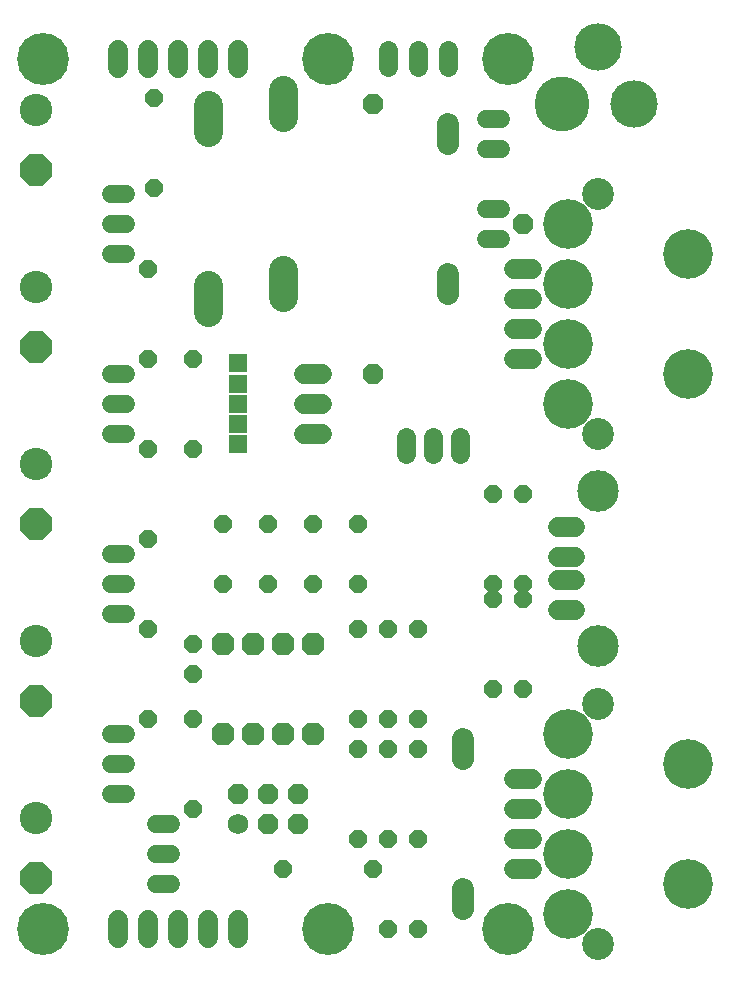
<source format=gbs>
G75*
%MOIN*%
%OFA0B0*%
%FSLAX24Y24*%
%IPPOS*%
%LPD*%
%AMOC8*
5,1,8,0,0,1.08239X$1,22.5*
%
%ADD10C,0.1080*%
%ADD11OC8,0.1080*%
%ADD12OC8,0.0600*%
%ADD13C,0.0600*%
%ADD14OC8,0.0680*%
%ADD15C,0.0640*%
%ADD16C,0.0965*%
%ADD17R,0.0595X0.0595*%
%ADD18OC8,0.0760*%
%ADD19C,0.0630*%
%ADD20C,0.0680*%
%ADD21C,0.1655*%
%ADD22C,0.1064*%
%ADD23C,0.1730*%
%ADD24C,0.1830*%
%ADD25C,0.1580*%
%ADD26C,0.0680*%
%ADD27C,0.0654*%
%ADD28C,0.1386*%
%ADD29C,0.0740*%
D10*
X002880Y005880D03*
X002880Y011780D03*
X002880Y017680D03*
X002880Y023580D03*
X002880Y029480D03*
D11*
X002880Y027480D03*
X002880Y021580D03*
X002880Y015680D03*
X002880Y009780D03*
X002880Y003880D03*
D12*
X006630Y009180D03*
X008130Y009180D03*
X008130Y010680D03*
X008130Y011680D03*
X006630Y012180D03*
X009130Y013680D03*
X010630Y013680D03*
X012130Y013680D03*
X013630Y013680D03*
X013630Y012180D03*
X014630Y012180D03*
X015630Y012180D03*
X018130Y013180D03*
X018130Y013680D03*
X019130Y013680D03*
X019130Y013180D03*
X019130Y010180D03*
X018130Y010180D03*
X015630Y009180D03*
X015630Y008180D03*
X014630Y008180D03*
X014630Y009180D03*
X013630Y009180D03*
X013630Y008180D03*
X013630Y005180D03*
X014130Y004180D03*
X014630Y005180D03*
X015630Y005180D03*
X015630Y002180D03*
X014630Y002180D03*
X011130Y004180D03*
X008130Y006180D03*
X006630Y015180D03*
X009130Y015680D03*
X010630Y015680D03*
X012130Y015680D03*
X013630Y015680D03*
X018130Y016680D03*
X019130Y016680D03*
X008130Y018180D03*
X006630Y018180D03*
X006630Y021180D03*
X008130Y021180D03*
X006630Y024180D03*
X006830Y026880D03*
X006830Y029880D03*
D13*
X005890Y026680D02*
X005370Y026680D01*
X005370Y025680D02*
X005890Y025680D01*
X005890Y024680D02*
X005370Y024680D01*
X005370Y020680D02*
X005890Y020680D01*
X005890Y019680D02*
X005370Y019680D01*
X005370Y018680D02*
X005890Y018680D01*
X005890Y014680D02*
X005370Y014680D01*
X005370Y013680D02*
X005890Y013680D01*
X005890Y012680D02*
X005370Y012680D01*
X005370Y008680D02*
X005890Y008680D01*
X005890Y007680D02*
X005370Y007680D01*
X005370Y006680D02*
X005890Y006680D01*
X006870Y005680D02*
X007390Y005680D01*
X007390Y004680D02*
X006870Y004680D01*
X006870Y003680D02*
X007390Y003680D01*
X017870Y025180D02*
X018390Y025180D01*
X018390Y026180D02*
X017870Y026180D01*
X017870Y028180D02*
X018390Y028180D01*
X018390Y029180D02*
X017870Y029180D01*
D14*
X019130Y025680D03*
X014130Y029680D03*
X014130Y020680D03*
X011630Y006680D03*
X011630Y005680D03*
X010630Y005680D03*
X010630Y006680D03*
X009630Y006680D03*
D15*
X014630Y030900D02*
X014630Y031460D01*
X015630Y031460D02*
X015630Y030900D01*
X016630Y030900D02*
X016630Y031460D01*
D16*
X011130Y030123D02*
X011130Y029238D01*
X008630Y029623D02*
X008630Y028738D01*
X011130Y024123D02*
X011130Y023238D01*
X008630Y023623D02*
X008630Y022738D01*
D17*
X009630Y021020D03*
X009630Y020350D03*
X009630Y019680D03*
X009630Y019010D03*
X009630Y018340D03*
D18*
X009130Y011680D03*
X010130Y011680D03*
X011130Y011680D03*
X012130Y011680D03*
X012130Y008680D03*
X011130Y008680D03*
X010130Y008680D03*
X009130Y008680D03*
D19*
X015230Y018005D02*
X015230Y018555D01*
X016130Y018555D02*
X016130Y018005D01*
X017030Y018005D02*
X017030Y018555D01*
D20*
X018830Y021180D02*
X019430Y021180D01*
X019430Y022180D02*
X018830Y022180D01*
X018830Y023180D02*
X019430Y023180D01*
X019430Y024180D02*
X018830Y024180D01*
X012430Y020680D02*
X011830Y020680D01*
X011830Y019680D02*
X012430Y019680D01*
X012430Y018680D02*
X011830Y018680D01*
X018830Y007180D02*
X019430Y007180D01*
X019430Y006180D02*
X018830Y006180D01*
X018830Y005180D02*
X019430Y005180D01*
X019430Y004180D02*
X018830Y004180D01*
X009630Y002480D02*
X009630Y001880D01*
X008630Y001880D02*
X008630Y002480D01*
X007630Y002480D02*
X007630Y001880D01*
X006630Y001880D02*
X006630Y002480D01*
X005630Y002480D02*
X005630Y001880D01*
X005630Y030880D02*
X005630Y031480D01*
X006630Y031480D02*
X006630Y030880D01*
X007630Y030880D02*
X007630Y031480D01*
X008630Y031480D02*
X008630Y030880D01*
X009630Y030880D02*
X009630Y031480D01*
D21*
X020630Y025680D03*
X020630Y023680D03*
X020630Y021680D03*
X020630Y019680D03*
X024630Y020680D03*
X024630Y024680D03*
X020630Y008680D03*
X020630Y006680D03*
X020630Y004680D03*
X020630Y002680D03*
X024630Y003680D03*
X024630Y007680D03*
D22*
X021630Y009680D03*
X021630Y001680D03*
X021630Y018680D03*
X021630Y026680D03*
D23*
X003130Y002180D03*
X012630Y002180D03*
X018630Y002180D03*
X018630Y031180D03*
X012630Y031180D03*
X003130Y031180D03*
D24*
X020410Y029680D03*
D25*
X021630Y031570D03*
X022811Y029680D03*
D26*
X009630Y005680D03*
D27*
X020276Y012802D02*
X020850Y012802D01*
X020850Y013786D02*
X020276Y013786D01*
X020276Y014574D02*
X020850Y014574D01*
X020850Y015558D02*
X020276Y015558D01*
D28*
X021630Y016767D03*
X021630Y011593D03*
D29*
X017130Y008510D02*
X017130Y007850D01*
X017130Y003510D02*
X017130Y002850D01*
X016630Y023350D02*
X016630Y024010D01*
X016630Y028350D02*
X016630Y029010D01*
M02*

</source>
